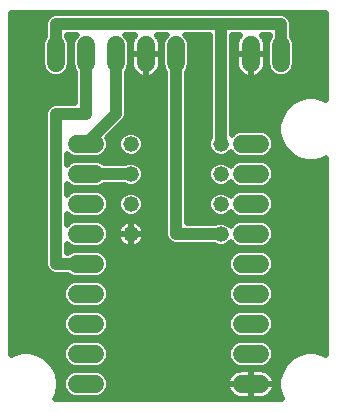
<source format=gbl>
G75*
%MOIN*%
%OFA0B0*%
%FSLAX25Y25*%
%IPPOS*%
%LPD*%
%AMOC8*
5,1,8,0,0,1.08239X$1,22.5*
%
%ADD10C,0.06000*%
%ADD11C,0.05200*%
%ADD12C,0.05937*%
%ADD13C,0.04000*%
%ADD14C,0.02000*%
D10*
X0029000Y0012000D02*
X0035000Y0012000D01*
X0035000Y0022000D02*
X0029000Y0022000D01*
X0029000Y0032000D02*
X0035000Y0032000D01*
X0035000Y0042000D02*
X0029000Y0042000D01*
X0029000Y0052000D02*
X0035000Y0052000D01*
X0035000Y0062000D02*
X0029000Y0062000D01*
X0029000Y0072000D02*
X0035000Y0072000D01*
X0035000Y0082000D02*
X0029000Y0082000D01*
X0029000Y0092000D02*
X0035000Y0092000D01*
X0084000Y0092000D02*
X0090000Y0092000D01*
X0090000Y0082000D02*
X0084000Y0082000D01*
X0084000Y0072000D02*
X0090000Y0072000D01*
X0090000Y0062000D02*
X0084000Y0062000D01*
X0084000Y0052000D02*
X0090000Y0052000D01*
X0090000Y0042000D02*
X0084000Y0042000D01*
X0084000Y0032000D02*
X0090000Y0032000D01*
X0090000Y0022000D02*
X0084000Y0022000D01*
X0084000Y0012000D02*
X0090000Y0012000D01*
D11*
X0077000Y0062000D03*
X0077000Y0072000D03*
X0077000Y0082000D03*
X0077000Y0092000D03*
X0047000Y0092000D03*
X0047000Y0082000D03*
X0047000Y0072000D03*
X0047000Y0062000D03*
D12*
X0042000Y0119031D02*
X0042000Y0124969D01*
X0052000Y0124969D02*
X0052000Y0119031D01*
X0062000Y0119031D02*
X0062000Y0124969D01*
X0087000Y0124969D02*
X0087000Y0119031D01*
X0097000Y0119031D02*
X0097000Y0124969D01*
X0032000Y0124969D02*
X0032000Y0119031D01*
X0022000Y0119031D02*
X0022000Y0124969D01*
D13*
X0022000Y0122000D02*
X0022000Y0132000D01*
X0077000Y0132000D01*
X0077000Y0092000D01*
X0077000Y0062000D02*
X0062000Y0062000D01*
X0062000Y0122000D01*
X0077000Y0132000D02*
X0097000Y0132000D01*
X0097000Y0122000D01*
X0047000Y0082000D02*
X0032000Y0082000D01*
X0032000Y0092000D02*
X0042000Y0102000D01*
X0042000Y0122000D01*
X0032000Y0122000D02*
X0032000Y0102000D01*
X0022000Y0102000D01*
X0022000Y0052000D01*
X0032000Y0052000D01*
D14*
X0007000Y0021706D02*
X0007000Y0135701D01*
X0111921Y0135701D01*
X0111921Y0106751D01*
X0111209Y0107162D01*
X0108436Y0107905D01*
X0105564Y0107905D01*
X0102791Y0107162D01*
X0100304Y0105727D01*
X0098273Y0103696D01*
X0096838Y0101209D01*
X0096094Y0098436D01*
X0096094Y0095564D01*
X0096838Y0092791D01*
X0098273Y0090304D01*
X0100304Y0088273D01*
X0102791Y0086838D01*
X0105564Y0086094D01*
X0108436Y0086094D01*
X0111209Y0086838D01*
X0111921Y0087249D01*
X0111921Y0021751D01*
X0111209Y0022162D01*
X0108436Y0022905D01*
X0105564Y0022905D01*
X0102791Y0022162D01*
X0100304Y0020727D01*
X0098273Y0018696D01*
X0096838Y0016209D01*
X0096094Y0013436D01*
X0096094Y0010564D01*
X0096838Y0007791D01*
X0097294Y0007000D01*
X0021706Y0007000D01*
X0022162Y0007791D01*
X0022905Y0010564D01*
X0022905Y0013436D01*
X0022162Y0016209D01*
X0020727Y0018696D01*
X0018696Y0020727D01*
X0016209Y0022162D01*
X0013436Y0022905D01*
X0010564Y0022905D01*
X0007791Y0022162D01*
X0007000Y0021706D01*
X0007000Y0021985D02*
X0007484Y0021985D01*
X0007000Y0023984D02*
X0024843Y0023984D01*
X0025100Y0024606D02*
X0024400Y0022915D01*
X0024400Y0021085D01*
X0025100Y0019394D01*
X0026394Y0018100D01*
X0028085Y0017400D01*
X0035915Y0017400D01*
X0037606Y0018100D01*
X0038900Y0019394D01*
X0039600Y0021085D01*
X0039600Y0022915D01*
X0038900Y0024606D01*
X0037606Y0025900D01*
X0035915Y0026600D01*
X0028085Y0026600D01*
X0026394Y0025900D01*
X0025100Y0024606D01*
X0026593Y0025982D02*
X0007000Y0025982D01*
X0007000Y0027981D02*
X0026683Y0027981D01*
X0026394Y0028100D02*
X0028085Y0027400D01*
X0035915Y0027400D01*
X0037606Y0028100D01*
X0038900Y0029394D01*
X0039600Y0031085D01*
X0039600Y0032915D01*
X0038900Y0034606D01*
X0037606Y0035900D01*
X0035915Y0036600D01*
X0028085Y0036600D01*
X0026394Y0035900D01*
X0025100Y0034606D01*
X0024400Y0032915D01*
X0024400Y0031085D01*
X0025100Y0029394D01*
X0026394Y0028100D01*
X0024858Y0029979D02*
X0007000Y0029979D01*
X0007000Y0031978D02*
X0024400Y0031978D01*
X0024840Y0033976D02*
X0007000Y0033976D01*
X0007000Y0035975D02*
X0026575Y0035975D01*
X0028085Y0037400D02*
X0035915Y0037400D01*
X0037606Y0038100D01*
X0038900Y0039394D01*
X0039600Y0041085D01*
X0039600Y0042915D01*
X0038900Y0044606D01*
X0037606Y0045900D01*
X0035915Y0046600D01*
X0028085Y0046600D01*
X0026394Y0045900D01*
X0025100Y0044606D01*
X0024400Y0042915D01*
X0024400Y0041085D01*
X0025100Y0039394D01*
X0026394Y0038100D01*
X0028085Y0037400D01*
X0026701Y0037973D02*
X0007000Y0037973D01*
X0007000Y0039972D02*
X0024861Y0039972D01*
X0024400Y0041970D02*
X0007000Y0041970D01*
X0007000Y0043969D02*
X0024836Y0043969D01*
X0026557Y0045967D02*
X0007000Y0045967D01*
X0007000Y0047966D02*
X0026719Y0047966D01*
X0026394Y0048100D02*
X0028085Y0047400D01*
X0035915Y0047400D01*
X0037606Y0048100D01*
X0038900Y0049394D01*
X0039600Y0051085D01*
X0039600Y0052915D01*
X0038900Y0054606D01*
X0037606Y0055900D01*
X0035915Y0056600D01*
X0028085Y0056600D01*
X0026394Y0055900D01*
X0026095Y0055600D01*
X0025600Y0055600D01*
X0025600Y0058895D01*
X0026394Y0058100D01*
X0028085Y0057400D01*
X0035915Y0057400D01*
X0037606Y0058100D01*
X0038900Y0059394D01*
X0039600Y0061085D01*
X0039600Y0062915D01*
X0038900Y0064606D01*
X0037606Y0065900D01*
X0035915Y0066600D01*
X0028085Y0066600D01*
X0026394Y0065900D01*
X0025600Y0065105D01*
X0025600Y0068895D01*
X0026394Y0068100D01*
X0028085Y0067400D01*
X0035915Y0067400D01*
X0037606Y0068100D01*
X0038900Y0069394D01*
X0039600Y0071085D01*
X0039600Y0072915D01*
X0038900Y0074606D01*
X0037606Y0075900D01*
X0035915Y0076600D01*
X0028085Y0076600D01*
X0026394Y0075900D01*
X0025600Y0075105D01*
X0025600Y0078895D01*
X0026394Y0078100D01*
X0028085Y0077400D01*
X0035915Y0077400D01*
X0037606Y0078100D01*
X0037905Y0078400D01*
X0044716Y0078400D01*
X0046165Y0077800D01*
X0047835Y0077800D01*
X0049379Y0078439D01*
X0050561Y0079621D01*
X0051200Y0081165D01*
X0051200Y0082835D01*
X0050561Y0084379D01*
X0049379Y0085561D01*
X0047835Y0086200D01*
X0046165Y0086200D01*
X0044716Y0085600D01*
X0037905Y0085600D01*
X0037606Y0085900D01*
X0035915Y0086600D01*
X0028085Y0086600D01*
X0026394Y0085900D01*
X0025600Y0085105D01*
X0025600Y0088895D01*
X0026394Y0088100D01*
X0028085Y0087400D01*
X0035915Y0087400D01*
X0037606Y0088100D01*
X0038900Y0089394D01*
X0039600Y0091085D01*
X0039600Y0092915D01*
X0039133Y0094042D01*
X0045052Y0099961D01*
X0045600Y0101284D01*
X0045600Y0116171D01*
X0045873Y0116444D01*
X0046568Y0118123D01*
X0046568Y0125877D01*
X0045873Y0127556D01*
X0045029Y0128400D01*
X0048405Y0128400D01*
X0048210Y0128205D01*
X0047751Y0127573D01*
X0047396Y0126876D01*
X0047154Y0126132D01*
X0047031Y0125360D01*
X0047031Y0122000D01*
X0047031Y0118640D01*
X0047154Y0117868D01*
X0047396Y0117124D01*
X0047751Y0116427D01*
X0048210Y0115795D01*
X0048763Y0115242D01*
X0049396Y0114782D01*
X0050093Y0114427D01*
X0050837Y0114185D01*
X0051609Y0114063D01*
X0052000Y0114063D01*
X0052391Y0114063D01*
X0053163Y0114185D01*
X0053907Y0114427D01*
X0054604Y0114782D01*
X0055237Y0115242D01*
X0055790Y0115795D01*
X0056249Y0116427D01*
X0056604Y0117124D01*
X0056846Y0117868D01*
X0056968Y0118640D01*
X0056968Y0122000D01*
X0056968Y0125360D01*
X0056846Y0126132D01*
X0056604Y0126876D01*
X0056249Y0127573D01*
X0055790Y0128205D01*
X0055595Y0128400D01*
X0058971Y0128400D01*
X0058127Y0127556D01*
X0057431Y0125877D01*
X0057431Y0118123D01*
X0058127Y0116444D01*
X0058400Y0116171D01*
X0058400Y0061284D01*
X0058948Y0059961D01*
X0059961Y0058948D01*
X0061284Y0058400D01*
X0074716Y0058400D01*
X0076165Y0057800D01*
X0077835Y0057800D01*
X0079379Y0058439D01*
X0080217Y0059277D01*
X0081394Y0058100D01*
X0083085Y0057400D01*
X0090915Y0057400D01*
X0092606Y0058100D01*
X0093900Y0059394D01*
X0094600Y0061085D01*
X0094600Y0062915D01*
X0093900Y0064606D01*
X0092606Y0065900D01*
X0090915Y0066600D01*
X0083085Y0066600D01*
X0081394Y0065900D01*
X0080217Y0064723D01*
X0079379Y0065561D01*
X0077835Y0066200D01*
X0076165Y0066200D01*
X0074716Y0065600D01*
X0065600Y0065600D01*
X0065600Y0116171D01*
X0065873Y0116444D01*
X0066568Y0118123D01*
X0066568Y0125877D01*
X0065873Y0127556D01*
X0065029Y0128400D01*
X0073400Y0128400D01*
X0073400Y0094284D01*
X0072800Y0092835D01*
X0072800Y0091165D01*
X0073439Y0089621D01*
X0074621Y0088439D01*
X0076165Y0087800D01*
X0077835Y0087800D01*
X0079379Y0088439D01*
X0080217Y0089277D01*
X0081394Y0088100D01*
X0083085Y0087400D01*
X0090915Y0087400D01*
X0092606Y0088100D01*
X0093900Y0089394D01*
X0094600Y0091085D01*
X0094600Y0092915D01*
X0093900Y0094606D01*
X0092606Y0095900D01*
X0090915Y0096600D01*
X0083085Y0096600D01*
X0081394Y0095900D01*
X0080600Y0095105D01*
X0080600Y0128400D01*
X0083405Y0128400D01*
X0083210Y0128205D01*
X0082751Y0127573D01*
X0082396Y0126876D01*
X0082154Y0126132D01*
X0082031Y0125360D01*
X0082031Y0122000D01*
X0082031Y0118640D01*
X0082154Y0117868D01*
X0082396Y0117124D01*
X0082751Y0116427D01*
X0083210Y0115795D01*
X0083763Y0115242D01*
X0084396Y0114782D01*
X0085093Y0114427D01*
X0085837Y0114185D01*
X0086609Y0114063D01*
X0087000Y0114063D01*
X0087391Y0114063D01*
X0088163Y0114185D01*
X0088907Y0114427D01*
X0089604Y0114782D01*
X0090237Y0115242D01*
X0090790Y0115795D01*
X0091249Y0116427D01*
X0091604Y0117124D01*
X0091846Y0117868D01*
X0091968Y0118640D01*
X0091968Y0122000D01*
X0091968Y0125360D01*
X0091846Y0126132D01*
X0091604Y0126876D01*
X0091249Y0127573D01*
X0090790Y0128205D01*
X0090595Y0128400D01*
X0093400Y0128400D01*
X0093400Y0127829D01*
X0093127Y0127556D01*
X0092431Y0125877D01*
X0092431Y0118123D01*
X0093127Y0116444D01*
X0094412Y0115159D01*
X0096091Y0114463D01*
X0097909Y0114463D01*
X0099588Y0115159D01*
X0100873Y0116444D01*
X0101568Y0118123D01*
X0101568Y0125877D01*
X0100873Y0127556D01*
X0100600Y0127829D01*
X0100600Y0132716D01*
X0100052Y0134039D01*
X0099039Y0135052D01*
X0097716Y0135600D01*
X0021284Y0135600D01*
X0019961Y0135052D01*
X0018948Y0134039D01*
X0018400Y0132716D01*
X0018400Y0127829D01*
X0018127Y0127556D01*
X0017431Y0125877D01*
X0017431Y0118123D01*
X0018127Y0116444D01*
X0019412Y0115159D01*
X0021091Y0114463D01*
X0022909Y0114463D01*
X0024588Y0115159D01*
X0025873Y0116444D01*
X0026568Y0118123D01*
X0026568Y0125877D01*
X0025873Y0127556D01*
X0025600Y0127829D01*
X0025600Y0128400D01*
X0028971Y0128400D01*
X0028127Y0127556D01*
X0027431Y0125877D01*
X0027431Y0118123D01*
X0028127Y0116444D01*
X0028400Y0116171D01*
X0028400Y0105600D01*
X0021284Y0105600D01*
X0019961Y0105052D01*
X0018948Y0104039D01*
X0018400Y0102716D01*
X0018400Y0051284D01*
X0018948Y0049961D01*
X0019961Y0048948D01*
X0021284Y0048400D01*
X0026095Y0048400D01*
X0026394Y0048100D01*
X0026539Y0055960D02*
X0025600Y0055960D01*
X0025600Y0057958D02*
X0026737Y0057958D01*
X0026521Y0065952D02*
X0025600Y0065952D01*
X0025600Y0067951D02*
X0026755Y0067951D01*
X0026504Y0075945D02*
X0025600Y0075945D01*
X0025600Y0077943D02*
X0026773Y0077943D01*
X0026486Y0085937D02*
X0025600Y0085937D01*
X0025600Y0087936D02*
X0026791Y0087936D01*
X0018400Y0087936D02*
X0007000Y0087936D01*
X0007000Y0089934D02*
X0018400Y0089934D01*
X0018400Y0091933D02*
X0007000Y0091933D01*
X0007000Y0093932D02*
X0018400Y0093932D01*
X0018400Y0095930D02*
X0007000Y0095930D01*
X0007000Y0097929D02*
X0018400Y0097929D01*
X0018400Y0099927D02*
X0007000Y0099927D01*
X0007000Y0101926D02*
X0018400Y0101926D01*
X0018900Y0103924D02*
X0007000Y0103924D01*
X0007000Y0105923D02*
X0028400Y0105923D01*
X0028400Y0107921D02*
X0007000Y0107921D01*
X0007000Y0109920D02*
X0028400Y0109920D01*
X0028400Y0111918D02*
X0007000Y0111918D01*
X0007000Y0113917D02*
X0028400Y0113917D01*
X0028400Y0115915D02*
X0025344Y0115915D01*
X0026482Y0117914D02*
X0027518Y0117914D01*
X0027431Y0119912D02*
X0026568Y0119912D01*
X0026568Y0121911D02*
X0027431Y0121911D01*
X0027431Y0123909D02*
X0026568Y0123909D01*
X0026556Y0125908D02*
X0027444Y0125908D01*
X0028477Y0127906D02*
X0025600Y0127906D01*
X0018400Y0127906D02*
X0007000Y0127906D01*
X0007000Y0125908D02*
X0017444Y0125908D01*
X0017431Y0123909D02*
X0007000Y0123909D01*
X0007000Y0121911D02*
X0017431Y0121911D01*
X0017431Y0119912D02*
X0007000Y0119912D01*
X0007000Y0117914D02*
X0017518Y0117914D01*
X0018655Y0115915D02*
X0007000Y0115915D01*
X0007000Y0129905D02*
X0018400Y0129905D01*
X0018400Y0131903D02*
X0007000Y0131903D01*
X0007000Y0133902D02*
X0018891Y0133902D01*
X0045523Y0127906D02*
X0047993Y0127906D01*
X0047118Y0125908D02*
X0046556Y0125908D01*
X0046568Y0123909D02*
X0047031Y0123909D01*
X0047031Y0122000D02*
X0052000Y0122000D01*
X0056968Y0122000D01*
X0052000Y0122000D01*
X0052000Y0122000D01*
X0052000Y0114063D01*
X0052000Y0122000D01*
X0052000Y0122000D01*
X0052000Y0122000D01*
X0047031Y0122000D01*
X0047031Y0121911D02*
X0046568Y0121911D01*
X0046568Y0119912D02*
X0047031Y0119912D01*
X0047147Y0117914D02*
X0046482Y0117914D01*
X0045600Y0115915D02*
X0048123Y0115915D01*
X0045600Y0113917D02*
X0058400Y0113917D01*
X0058400Y0115915D02*
X0055877Y0115915D01*
X0056853Y0117914D02*
X0057518Y0117914D01*
X0057431Y0119912D02*
X0056968Y0119912D01*
X0056968Y0121911D02*
X0057431Y0121911D01*
X0057431Y0123909D02*
X0056968Y0123909D01*
X0056882Y0125908D02*
X0057444Y0125908D01*
X0058477Y0127906D02*
X0056007Y0127906D01*
X0052000Y0121911D02*
X0052000Y0121911D01*
X0052000Y0119912D02*
X0052000Y0119912D01*
X0052000Y0117914D02*
X0052000Y0117914D01*
X0052000Y0115915D02*
X0052000Y0115915D01*
X0045600Y0111918D02*
X0058400Y0111918D01*
X0058400Y0109920D02*
X0045600Y0109920D01*
X0045600Y0107921D02*
X0058400Y0107921D01*
X0058400Y0105923D02*
X0045600Y0105923D01*
X0045600Y0103924D02*
X0058400Y0103924D01*
X0058400Y0101926D02*
X0045600Y0101926D01*
X0045018Y0099927D02*
X0058400Y0099927D01*
X0058400Y0097929D02*
X0043020Y0097929D01*
X0041021Y0095930D02*
X0045513Y0095930D01*
X0046165Y0096200D02*
X0044621Y0095561D01*
X0043439Y0094379D01*
X0042800Y0092835D01*
X0042800Y0091165D01*
X0043439Y0089621D01*
X0044621Y0088439D01*
X0046165Y0087800D01*
X0047835Y0087800D01*
X0049379Y0088439D01*
X0050561Y0089621D01*
X0051200Y0091165D01*
X0051200Y0092835D01*
X0050561Y0094379D01*
X0049379Y0095561D01*
X0047835Y0096200D01*
X0046165Y0096200D01*
X0048487Y0095930D02*
X0058400Y0095930D01*
X0058400Y0093932D02*
X0050746Y0093932D01*
X0051200Y0091933D02*
X0058400Y0091933D01*
X0058400Y0089934D02*
X0050690Y0089934D01*
X0048164Y0087936D02*
X0058400Y0087936D01*
X0058400Y0085937D02*
X0048469Y0085937D01*
X0045531Y0085937D02*
X0037514Y0085937D01*
X0037209Y0087936D02*
X0045836Y0087936D01*
X0043309Y0089934D02*
X0039123Y0089934D01*
X0039600Y0091933D02*
X0042800Y0091933D01*
X0043254Y0093932D02*
X0039179Y0093932D01*
X0050743Y0083939D02*
X0058400Y0083939D01*
X0058400Y0081940D02*
X0051200Y0081940D01*
X0050694Y0079942D02*
X0058400Y0079942D01*
X0058400Y0077943D02*
X0048182Y0077943D01*
X0047835Y0076200D02*
X0046165Y0076200D01*
X0044621Y0075561D01*
X0043439Y0074379D01*
X0042800Y0072835D01*
X0042800Y0071165D01*
X0043439Y0069621D01*
X0044621Y0068439D01*
X0046165Y0067800D01*
X0047835Y0067800D01*
X0049379Y0068439D01*
X0050561Y0069621D01*
X0051200Y0071165D01*
X0051200Y0072835D01*
X0050561Y0074379D01*
X0049379Y0075561D01*
X0047835Y0076200D01*
X0048451Y0075945D02*
X0058400Y0075945D01*
X0058400Y0073946D02*
X0050740Y0073946D01*
X0051200Y0071948D02*
X0058400Y0071948D01*
X0058400Y0069949D02*
X0050697Y0069949D01*
X0048200Y0067951D02*
X0058400Y0067951D01*
X0058400Y0065952D02*
X0049375Y0065952D01*
X0049411Y0065934D02*
X0048766Y0066263D01*
X0048077Y0066487D01*
X0047362Y0066600D01*
X0047000Y0066600D01*
X0047000Y0062000D01*
X0051600Y0062000D01*
X0051600Y0062362D01*
X0051487Y0063077D01*
X0051263Y0063766D01*
X0050934Y0064411D01*
X0050509Y0064997D01*
X0049997Y0065509D01*
X0049411Y0065934D01*
X0051167Y0063954D02*
X0058400Y0063954D01*
X0058400Y0061955D02*
X0051600Y0061955D01*
X0051600Y0062000D02*
X0047000Y0062000D01*
X0047000Y0062000D01*
X0047000Y0062000D01*
X0047000Y0057400D01*
X0047362Y0057400D01*
X0048077Y0057513D01*
X0048766Y0057737D01*
X0049411Y0058066D01*
X0049997Y0058491D01*
X0050509Y0059003D01*
X0050934Y0059589D01*
X0051263Y0060234D01*
X0051487Y0060923D01*
X0051600Y0061638D01*
X0051600Y0062000D01*
X0051122Y0059957D02*
X0058952Y0059957D01*
X0065600Y0065952D02*
X0075567Y0065952D01*
X0076165Y0067800D02*
X0074621Y0068439D01*
X0073439Y0069621D01*
X0072800Y0071165D01*
X0072800Y0072835D01*
X0073439Y0074379D01*
X0074621Y0075561D01*
X0076165Y0076200D01*
X0077835Y0076200D01*
X0079379Y0075561D01*
X0080217Y0074723D01*
X0081394Y0075900D01*
X0083085Y0076600D01*
X0090915Y0076600D01*
X0092606Y0075900D01*
X0093900Y0074606D01*
X0094600Y0072915D01*
X0094600Y0071085D01*
X0093900Y0069394D01*
X0092606Y0068100D01*
X0090915Y0067400D01*
X0083085Y0067400D01*
X0081394Y0068100D01*
X0080217Y0069277D01*
X0079379Y0068439D01*
X0077835Y0067800D01*
X0076165Y0067800D01*
X0075800Y0067951D02*
X0065600Y0067951D01*
X0065600Y0069949D02*
X0073303Y0069949D01*
X0072800Y0071948D02*
X0065600Y0071948D01*
X0065600Y0073946D02*
X0073260Y0073946D01*
X0075549Y0075945D02*
X0065600Y0075945D01*
X0065600Y0077943D02*
X0075818Y0077943D01*
X0076165Y0077800D02*
X0074621Y0078439D01*
X0073439Y0079621D01*
X0072800Y0081165D01*
X0072800Y0082835D01*
X0073439Y0084379D01*
X0074621Y0085561D01*
X0076165Y0086200D01*
X0077835Y0086200D01*
X0079379Y0085561D01*
X0080217Y0084723D01*
X0081394Y0085900D01*
X0083085Y0086600D01*
X0090915Y0086600D01*
X0092606Y0085900D01*
X0093900Y0084606D01*
X0094600Y0082915D01*
X0094600Y0081085D01*
X0093900Y0079394D01*
X0092606Y0078100D01*
X0090915Y0077400D01*
X0083085Y0077400D01*
X0081394Y0078100D01*
X0080217Y0079277D01*
X0079379Y0078439D01*
X0077835Y0077800D01*
X0076165Y0077800D01*
X0078182Y0077943D02*
X0081773Y0077943D01*
X0081504Y0075945D02*
X0078451Y0075945D01*
X0073306Y0079942D02*
X0065600Y0079942D01*
X0065600Y0081940D02*
X0072800Y0081940D01*
X0073257Y0083939D02*
X0065600Y0083939D01*
X0065600Y0085937D02*
X0075531Y0085937D01*
X0075836Y0087936D02*
X0065600Y0087936D01*
X0065600Y0089934D02*
X0073309Y0089934D01*
X0072800Y0091933D02*
X0065600Y0091933D01*
X0065600Y0093932D02*
X0073254Y0093932D01*
X0073400Y0095930D02*
X0065600Y0095930D01*
X0065600Y0097929D02*
X0073400Y0097929D01*
X0073400Y0099927D02*
X0065600Y0099927D01*
X0065600Y0101926D02*
X0073400Y0101926D01*
X0073400Y0103924D02*
X0065600Y0103924D01*
X0065600Y0105923D02*
X0073400Y0105923D01*
X0073400Y0107921D02*
X0065600Y0107921D01*
X0065600Y0109920D02*
X0073400Y0109920D01*
X0073400Y0111918D02*
X0065600Y0111918D01*
X0065600Y0113917D02*
X0073400Y0113917D01*
X0073400Y0115915D02*
X0065600Y0115915D01*
X0066482Y0117914D02*
X0073400Y0117914D01*
X0073400Y0119912D02*
X0066568Y0119912D01*
X0066568Y0121911D02*
X0073400Y0121911D01*
X0073400Y0123909D02*
X0066568Y0123909D01*
X0066556Y0125908D02*
X0073400Y0125908D01*
X0073400Y0127906D02*
X0065523Y0127906D01*
X0080600Y0127906D02*
X0082993Y0127906D01*
X0082118Y0125908D02*
X0080600Y0125908D01*
X0080600Y0123909D02*
X0082031Y0123909D01*
X0082031Y0122000D02*
X0087000Y0122000D01*
X0091968Y0122000D01*
X0087000Y0122000D01*
X0087000Y0122000D01*
X0087000Y0114063D01*
X0087000Y0122000D01*
X0087000Y0122000D01*
X0087000Y0122000D01*
X0082031Y0122000D01*
X0082031Y0121911D02*
X0080600Y0121911D01*
X0080600Y0119912D02*
X0082031Y0119912D01*
X0082147Y0117914D02*
X0080600Y0117914D01*
X0080600Y0115915D02*
X0083123Y0115915D01*
X0080600Y0113917D02*
X0111921Y0113917D01*
X0111921Y0115915D02*
X0100344Y0115915D01*
X0101482Y0117914D02*
X0111921Y0117914D01*
X0111921Y0119912D02*
X0101568Y0119912D01*
X0101568Y0121911D02*
X0111921Y0121911D01*
X0111921Y0123909D02*
X0101568Y0123909D01*
X0101556Y0125908D02*
X0111921Y0125908D01*
X0111921Y0127906D02*
X0100600Y0127906D01*
X0100600Y0129905D02*
X0111921Y0129905D01*
X0111921Y0131903D02*
X0100600Y0131903D01*
X0100109Y0133902D02*
X0111921Y0133902D01*
X0111921Y0111918D02*
X0080600Y0111918D01*
X0080600Y0109920D02*
X0111921Y0109920D01*
X0111921Y0107921D02*
X0080600Y0107921D01*
X0080600Y0105923D02*
X0100643Y0105923D01*
X0098501Y0103924D02*
X0080600Y0103924D01*
X0080600Y0101926D02*
X0097251Y0101926D01*
X0096494Y0099927D02*
X0080600Y0099927D01*
X0080600Y0097929D02*
X0096094Y0097929D01*
X0096094Y0095930D02*
X0092532Y0095930D01*
X0094179Y0093932D02*
X0096532Y0093932D01*
X0097333Y0091933D02*
X0094600Y0091933D01*
X0094123Y0089934D02*
X0098643Y0089934D01*
X0100888Y0087936D02*
X0092209Y0087936D01*
X0092514Y0085937D02*
X0111921Y0085937D01*
X0111921Y0083939D02*
X0094176Y0083939D01*
X0094600Y0081940D02*
X0111921Y0081940D01*
X0111921Y0079942D02*
X0094127Y0079942D01*
X0092227Y0077943D02*
X0111921Y0077943D01*
X0111921Y0075945D02*
X0092496Y0075945D01*
X0094173Y0073946D02*
X0111921Y0073946D01*
X0111921Y0071948D02*
X0094600Y0071948D01*
X0094130Y0069949D02*
X0111921Y0069949D01*
X0111921Y0067951D02*
X0092245Y0067951D01*
X0092479Y0065952D02*
X0111921Y0065952D01*
X0111921Y0063954D02*
X0094170Y0063954D01*
X0094600Y0061955D02*
X0111921Y0061955D01*
X0111921Y0059957D02*
X0094133Y0059957D01*
X0092263Y0057958D02*
X0111921Y0057958D01*
X0111921Y0055960D02*
X0092461Y0055960D01*
X0092606Y0055900D02*
X0090915Y0056600D01*
X0083085Y0056600D01*
X0081394Y0055900D01*
X0080100Y0054606D01*
X0079400Y0052915D01*
X0079400Y0051085D01*
X0080100Y0049394D01*
X0081394Y0048100D01*
X0083085Y0047400D01*
X0090915Y0047400D01*
X0092606Y0048100D01*
X0093900Y0049394D01*
X0094600Y0051085D01*
X0094600Y0052915D01*
X0093900Y0054606D01*
X0092606Y0055900D01*
X0094167Y0053961D02*
X0111921Y0053961D01*
X0111921Y0051963D02*
X0094600Y0051963D01*
X0094136Y0049964D02*
X0111921Y0049964D01*
X0111921Y0047966D02*
X0092281Y0047966D01*
X0090915Y0046600D02*
X0092606Y0045900D01*
X0093900Y0044606D01*
X0094600Y0042915D01*
X0094600Y0041085D01*
X0093900Y0039394D01*
X0092606Y0038100D01*
X0090915Y0037400D01*
X0083085Y0037400D01*
X0081394Y0038100D01*
X0080100Y0039394D01*
X0079400Y0041085D01*
X0079400Y0042915D01*
X0080100Y0044606D01*
X0081394Y0045900D01*
X0083085Y0046600D01*
X0090915Y0046600D01*
X0092443Y0045967D02*
X0111921Y0045967D01*
X0111921Y0043969D02*
X0094164Y0043969D01*
X0094600Y0041970D02*
X0111921Y0041970D01*
X0111921Y0039972D02*
X0094139Y0039972D01*
X0092299Y0037973D02*
X0111921Y0037973D01*
X0111921Y0035975D02*
X0092425Y0035975D01*
X0092606Y0035900D02*
X0090915Y0036600D01*
X0083085Y0036600D01*
X0081394Y0035900D01*
X0080100Y0034606D01*
X0079400Y0032915D01*
X0079400Y0031085D01*
X0080100Y0029394D01*
X0081394Y0028100D01*
X0083085Y0027400D01*
X0090915Y0027400D01*
X0092606Y0028100D01*
X0093900Y0029394D01*
X0094600Y0031085D01*
X0094600Y0032915D01*
X0093900Y0034606D01*
X0092606Y0035900D01*
X0094160Y0033976D02*
X0111921Y0033976D01*
X0111921Y0031978D02*
X0094600Y0031978D01*
X0094142Y0029979D02*
X0111921Y0029979D01*
X0111921Y0027981D02*
X0092317Y0027981D01*
X0090915Y0026600D02*
X0092606Y0025900D01*
X0093900Y0024606D01*
X0094600Y0022915D01*
X0094600Y0021085D01*
X0093900Y0019394D01*
X0092606Y0018100D01*
X0090915Y0017400D01*
X0083085Y0017400D01*
X0081394Y0018100D01*
X0080100Y0019394D01*
X0079400Y0021085D01*
X0079400Y0022915D01*
X0080100Y0024606D01*
X0081394Y0025900D01*
X0083085Y0026600D01*
X0090915Y0026600D01*
X0092407Y0025982D02*
X0111921Y0025982D01*
X0111921Y0023984D02*
X0094157Y0023984D01*
X0094600Y0021985D02*
X0102484Y0021985D01*
X0099564Y0019987D02*
X0094145Y0019987D01*
X0092335Y0017988D02*
X0097865Y0017988D01*
X0096779Y0015990D02*
X0093015Y0015990D01*
X0093257Y0015814D02*
X0092621Y0016276D01*
X0091919Y0016634D01*
X0091171Y0016877D01*
X0090394Y0017000D01*
X0087000Y0017000D01*
X0087000Y0012000D01*
X0087000Y0012000D01*
X0095000Y0012000D01*
X0095000Y0012394D01*
X0094877Y0013171D01*
X0094634Y0013919D01*
X0094276Y0014621D01*
X0093814Y0015257D01*
X0093257Y0015814D01*
X0094597Y0013991D02*
X0096243Y0013991D01*
X0096094Y0011993D02*
X0095000Y0011993D01*
X0095000Y0012000D02*
X0087000Y0012000D01*
X0087000Y0012000D01*
X0087000Y0007000D01*
X0090394Y0007000D01*
X0091171Y0007123D01*
X0091919Y0007366D01*
X0092621Y0007724D01*
X0093257Y0008186D01*
X0093814Y0008743D01*
X0094276Y0009379D01*
X0094634Y0010081D01*
X0094877Y0010829D01*
X0095000Y0011606D01*
X0095000Y0012000D01*
X0094590Y0009994D02*
X0096247Y0009994D01*
X0096783Y0007996D02*
X0092995Y0007996D01*
X0087000Y0007996D02*
X0087000Y0007996D01*
X0087000Y0007000D02*
X0087000Y0012000D01*
X0087000Y0012000D01*
X0087000Y0012000D01*
X0079000Y0012000D01*
X0079000Y0012394D01*
X0079123Y0013171D01*
X0079366Y0013919D01*
X0079724Y0014621D01*
X0080186Y0015257D01*
X0080743Y0015814D01*
X0081379Y0016276D01*
X0082081Y0016634D01*
X0082829Y0016877D01*
X0083606Y0017000D01*
X0087000Y0017000D01*
X0087000Y0012000D01*
X0079000Y0012000D01*
X0079000Y0011606D01*
X0079123Y0010829D01*
X0079366Y0010081D01*
X0079724Y0009379D01*
X0080186Y0008743D01*
X0080743Y0008186D01*
X0081379Y0007724D01*
X0082081Y0007366D01*
X0082829Y0007123D01*
X0083606Y0007000D01*
X0087000Y0007000D01*
X0087000Y0009994D02*
X0087000Y0009994D01*
X0087000Y0011993D02*
X0087000Y0011993D01*
X0087000Y0013991D02*
X0087000Y0013991D01*
X0087000Y0015990D02*
X0087000Y0015990D01*
X0081665Y0017988D02*
X0037335Y0017988D01*
X0035915Y0016600D02*
X0037606Y0015900D01*
X0038900Y0014606D01*
X0039600Y0012915D01*
X0039600Y0011085D01*
X0038900Y0009394D01*
X0037606Y0008100D01*
X0035915Y0007400D01*
X0028085Y0007400D01*
X0026394Y0008100D01*
X0025100Y0009394D01*
X0024400Y0011085D01*
X0024400Y0012915D01*
X0025100Y0014606D01*
X0026394Y0015900D01*
X0028085Y0016600D01*
X0035915Y0016600D01*
X0037389Y0015990D02*
X0080985Y0015990D01*
X0079403Y0013991D02*
X0039154Y0013991D01*
X0039600Y0011993D02*
X0079000Y0011993D01*
X0079410Y0009994D02*
X0039148Y0009994D01*
X0037353Y0007996D02*
X0081005Y0007996D01*
X0079855Y0019987D02*
X0039145Y0019987D01*
X0039600Y0021985D02*
X0079400Y0021985D01*
X0079843Y0023984D02*
X0039157Y0023984D01*
X0037407Y0025982D02*
X0081593Y0025982D01*
X0081683Y0027981D02*
X0037317Y0027981D01*
X0039142Y0029979D02*
X0079858Y0029979D01*
X0079400Y0031978D02*
X0039600Y0031978D01*
X0039160Y0033976D02*
X0079840Y0033976D01*
X0081575Y0035975D02*
X0037425Y0035975D01*
X0037299Y0037973D02*
X0081701Y0037973D01*
X0079861Y0039972D02*
X0039139Y0039972D01*
X0039600Y0041970D02*
X0079400Y0041970D01*
X0079836Y0043969D02*
X0039164Y0043969D01*
X0037443Y0045967D02*
X0081557Y0045967D01*
X0081719Y0047966D02*
X0037281Y0047966D01*
X0039136Y0049964D02*
X0079864Y0049964D01*
X0079400Y0051963D02*
X0039600Y0051963D01*
X0039167Y0053961D02*
X0079833Y0053961D01*
X0081539Y0055960D02*
X0037461Y0055960D01*
X0037263Y0057958D02*
X0044800Y0057958D01*
X0044589Y0058066D02*
X0045234Y0057737D01*
X0045923Y0057513D01*
X0046638Y0057400D01*
X0047000Y0057400D01*
X0047000Y0062000D01*
X0047000Y0062000D01*
X0047000Y0062000D01*
X0042400Y0062000D01*
X0042400Y0062362D01*
X0042513Y0063077D01*
X0042737Y0063766D01*
X0043066Y0064411D01*
X0043491Y0064997D01*
X0044003Y0065509D01*
X0044589Y0065934D01*
X0045234Y0066263D01*
X0045923Y0066487D01*
X0046638Y0066600D01*
X0047000Y0066600D01*
X0047000Y0062000D01*
X0042400Y0062000D01*
X0042400Y0061638D01*
X0042513Y0060923D01*
X0042737Y0060234D01*
X0043066Y0059589D01*
X0043491Y0059003D01*
X0044003Y0058491D01*
X0044589Y0058066D01*
X0042878Y0059957D02*
X0039133Y0059957D01*
X0039600Y0061955D02*
X0042400Y0061955D01*
X0042833Y0063954D02*
X0039170Y0063954D01*
X0037479Y0065952D02*
X0044625Y0065952D01*
X0045800Y0067951D02*
X0037245Y0067951D01*
X0039130Y0069949D02*
X0043303Y0069949D01*
X0042800Y0071948D02*
X0039600Y0071948D01*
X0039173Y0073946D02*
X0043260Y0073946D01*
X0045549Y0075945D02*
X0037496Y0075945D01*
X0037227Y0077943D02*
X0045818Y0077943D01*
X0047000Y0065952D02*
X0047000Y0065952D01*
X0047000Y0063954D02*
X0047000Y0063954D01*
X0047000Y0061955D02*
X0047000Y0061955D01*
X0047000Y0059957D02*
X0047000Y0059957D01*
X0047000Y0057958D02*
X0047000Y0057958D01*
X0049200Y0057958D02*
X0075782Y0057958D01*
X0078218Y0057958D02*
X0081737Y0057958D01*
X0081521Y0065952D02*
X0078433Y0065952D01*
X0078200Y0067951D02*
X0081755Y0067951D01*
X0081486Y0085937D02*
X0078469Y0085937D01*
X0078164Y0087936D02*
X0081791Y0087936D01*
X0081468Y0095930D02*
X0080600Y0095930D01*
X0087000Y0115915D02*
X0087000Y0115915D01*
X0087000Y0117914D02*
X0087000Y0117914D01*
X0087000Y0119912D02*
X0087000Y0119912D01*
X0087000Y0121911D02*
X0087000Y0121911D01*
X0091968Y0121911D02*
X0092431Y0121911D01*
X0092431Y0119912D02*
X0091968Y0119912D01*
X0091853Y0117914D02*
X0092518Y0117914D01*
X0093655Y0115915D02*
X0090877Y0115915D01*
X0091968Y0123909D02*
X0092431Y0123909D01*
X0092444Y0125908D02*
X0091882Y0125908D01*
X0091007Y0127906D02*
X0093400Y0127906D01*
X0018400Y0085937D02*
X0007000Y0085937D01*
X0007000Y0083939D02*
X0018400Y0083939D01*
X0018400Y0081940D02*
X0007000Y0081940D01*
X0007000Y0079942D02*
X0018400Y0079942D01*
X0018400Y0077943D02*
X0007000Y0077943D01*
X0007000Y0075945D02*
X0018400Y0075945D01*
X0018400Y0073946D02*
X0007000Y0073946D01*
X0007000Y0071948D02*
X0018400Y0071948D01*
X0018400Y0069949D02*
X0007000Y0069949D01*
X0007000Y0067951D02*
X0018400Y0067951D01*
X0018400Y0065952D02*
X0007000Y0065952D01*
X0007000Y0063954D02*
X0018400Y0063954D01*
X0018400Y0061955D02*
X0007000Y0061955D01*
X0007000Y0059957D02*
X0018400Y0059957D01*
X0018400Y0057958D02*
X0007000Y0057958D01*
X0007000Y0055960D02*
X0018400Y0055960D01*
X0018400Y0053961D02*
X0007000Y0053961D01*
X0007000Y0051963D02*
X0018400Y0051963D01*
X0018947Y0049964D02*
X0007000Y0049964D01*
X0016516Y0021985D02*
X0024400Y0021985D01*
X0024855Y0019987D02*
X0019436Y0019987D01*
X0021135Y0017988D02*
X0026665Y0017988D01*
X0026611Y0015990D02*
X0022221Y0015990D01*
X0022757Y0013991D02*
X0024846Y0013991D01*
X0024400Y0011993D02*
X0022905Y0011993D01*
X0022753Y0009994D02*
X0024852Y0009994D01*
X0026647Y0007996D02*
X0022217Y0007996D01*
X0111516Y0021985D02*
X0111921Y0021985D01*
M02*

</source>
